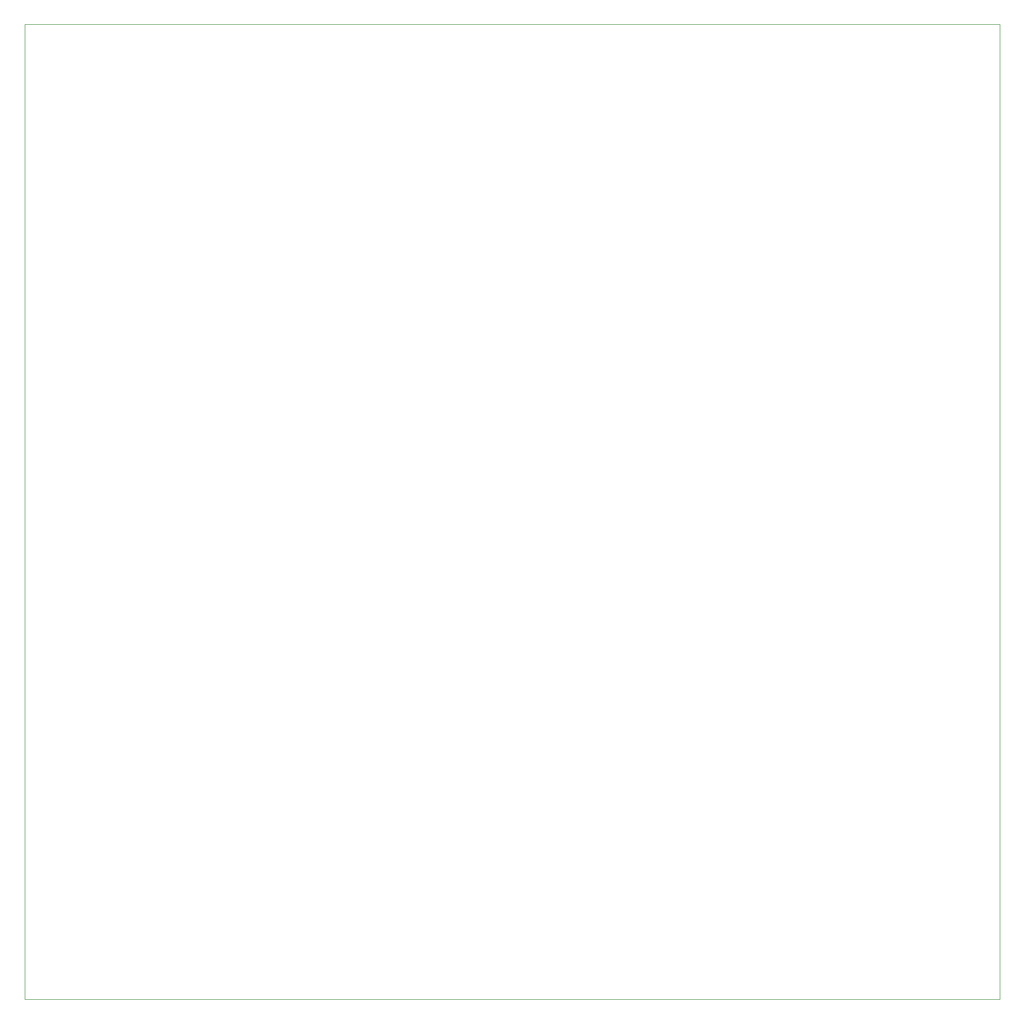
<source format=gbr>
%TF.GenerationSoftware,KiCad,Pcbnew,(7.0.0)*%
%TF.CreationDate,2023-04-03T18:31:55+02:00*%
%TF.ProjectId,EXP6502,45585036-3530-4322-9e6b-696361645f70,rev?*%
%TF.SameCoordinates,Original*%
%TF.FileFunction,Profile,NP*%
%FSLAX46Y46*%
G04 Gerber Fmt 4.6, Leading zero omitted, Abs format (unit mm)*
G04 Created by KiCad (PCBNEW (7.0.0)) date 2023-04-03 18:31:55*
%MOMM*%
%LPD*%
G01*
G04 APERTURE LIST*
%TA.AperFunction,Profile*%
%ADD10C,0.100000*%
%TD*%
G04 APERTURE END LIST*
D10*
X0Y0D02*
X160000000Y0D01*
X160000000Y0D02*
X160000000Y-160000000D01*
X160000000Y-160000000D02*
X0Y-160000000D01*
X0Y-160000000D02*
X0Y0D01*
M02*

</source>
